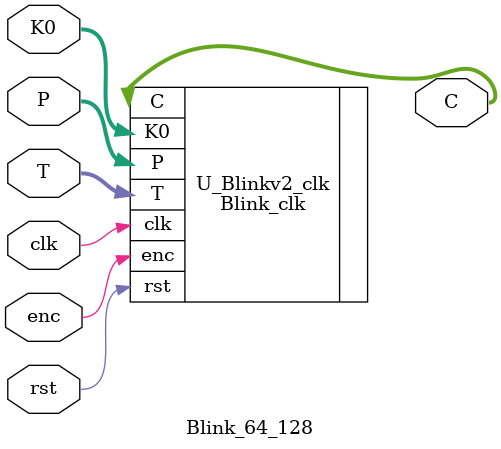
<source format=v>
`include "Blink_clk.v"
module Blink_64_128(clk, rst, enc, K0, P, T, C);
    input clk;
	input rst;
    localparam  round = 14; 
    localparam n = 64;
    localparam tweakLen = 64;
    localparam r1 = 3;
    localparam dim = 64;
    input enc;
	input [n*(round/2)-1:0] K0; 
    //input [(n*2-1)*2-1:0] K1; 
    input [n-1:0] P;
    input [tweakLen-1:0] T; 
    output [n-1:0] C;

    Blink_clk
    U_Blinkv2_clk
    (
        .clk(clk),
        .rst(rst),       
        .enc(enc),
        .K0(K0), 
        //.K1(K1), 
        .P(P), 
        .T(T), 
        .C(C)
    );
	
endmodule
</source>
